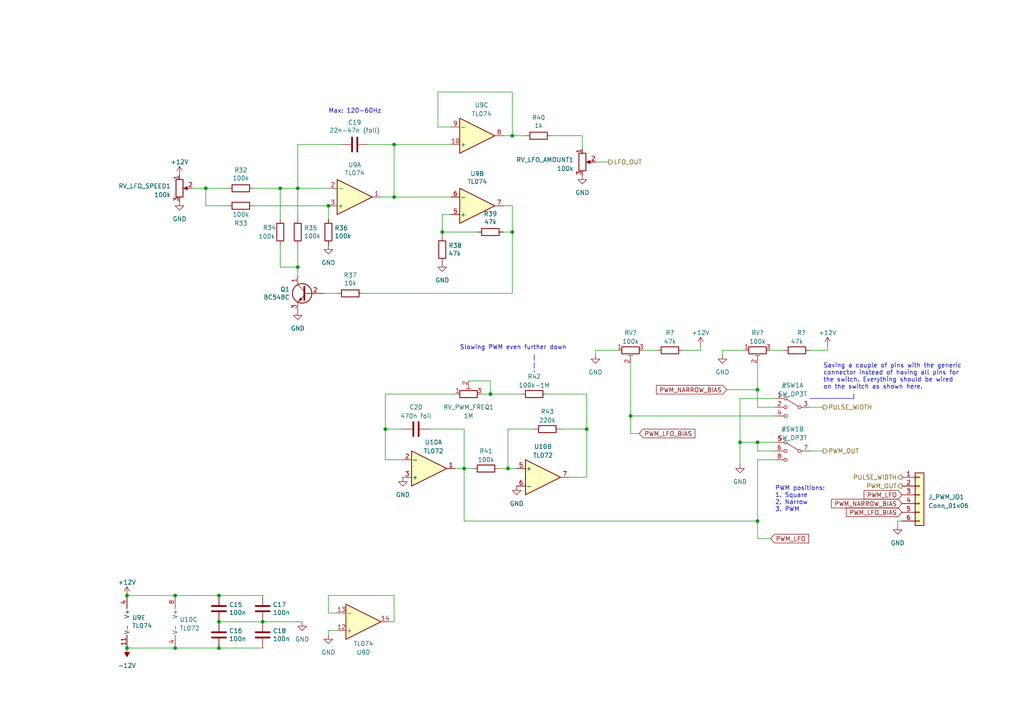
<source format=kicad_sch>
(kicad_sch (version 20230121) (generator eeschema)
  (paper "A4")
  (lib_symbols
    (symbol "+12V_1" (power) (pin_names (offset 0))
      (property "Value" "+12V_1" (at 0 3.556 0))
      (symbol "+12V_1_0_1"
        (polyline (pts (xy -0.762 1.27) (xy 0 2.54)))
        (polyline (pts (xy 0 0) (xy 0 2.54)))
        (polyline (pts (xy 0 2.54) (xy 0.762 1.27)))
      )
      (symbol "+12V_1_1_1"
        (pin power_in line (at 0 0 90) (length 0) hide (name "+12V") (number "1"))
      )
    )
    (symbol "+12V_2" (power) (pin_names (offset 0))
      (property "Value" "+12V_2" (at 0 3.556 0))
      (symbol "+12V_2_0_1"
        (polyline (pts (xy -0.762 1.27) (xy 0 2.54)))
        (polyline (pts (xy 0 0) (xy 0 2.54)))
        (polyline (pts (xy 0 2.54) (xy 0.762 1.27)))
      )
      (symbol "+12V_2_1_1"
        (pin power_in line (at 0 0 90) (length 0) hide (name "+12V") (number "1"))
      )
    )
    (symbol "+12V_3" (power) (pin_names (offset 0))
      (property "Value" "+12V_3" (at 0 3.556 0))
      (symbol "+12V_3_0_1"
        (polyline (pts (xy -0.762 1.27) (xy 0 2.54)))
        (polyline (pts (xy 0 0) (xy 0 2.54)))
        (polyline (pts (xy 0 2.54) (xy 0.762 1.27)))
      )
      (symbol "+12V_3_1_1"
        (pin power_in line (at 0 0 90) (length 0) hide (name "+12V") (number "1"))
      )
    )
    (symbol "Amplifier_Operational:TL072" (pin_names (offset 0.127))
      (property "Reference" "U" (at 0 5.08 0))
      (property "Value" "TL072" (at 0 -5.08 0))
      (symbol "TL072_1_1"
        (polyline (pts (xy -5.08 5.08) (xy 5.08 0) (xy -5.08 -5.08) (xy -5.08 5.08)) (stroke (width 0.254)) (fill (type background)))
        (pin output line (at 7.62 0 180) (length 2.54) (name "~") (number "1"))
        (pin input line (at -7.62 -2.54 0) (length 2.54) (name "-") (number "2"))
        (pin input line (at -7.62 2.54 0) (length 2.54) (name "+") (number "3"))
      )
      (symbol "TL072_2_1"
        (polyline (pts (xy -5.08 5.08) (xy 5.08 0) (xy -5.08 -5.08) (xy -5.08 5.08)) (stroke (width 0.254)) (fill (type background)))
        (pin input line (at -7.62 2.54 0) (length 2.54) (name "+") (number "5"))
        (pin input line (at -7.62 -2.54 0) (length 2.54) (name "-") (number "6"))
        (pin output line (at 7.62 0 180) (length 2.54) (name "~") (number "7"))
      )
      (symbol "TL072_3_1"
        (pin power_in line (at -2.54 -7.62 90) (length 3.81) (name "V-") (number "4"))
        (pin power_in line (at -2.54 7.62 270) (length 3.81) (name "V+") (number "8"))
      )
    )
    (symbol "Amplifier_Operational:TL074" (pin_names (offset 0.127))
      (property "Reference" "U" (at 0 5.08 0))
      (property "Value" "TL074" (at 0 -5.08 0))
      (symbol "TL074_1_1"
        (polyline (pts (xy -5.08 5.08) (xy 5.08 0) (xy -5.08 -5.08) (xy -5.08 5.08)) (stroke (width 0.254)) (fill (type background)))
        (pin output line (at 7.62 0 180) (length 2.54) (name "~") (number "1"))
        (pin input line (at -7.62 -2.54 0) (length 2.54) (name "-") (number "2"))
        (pin input line (at -7.62 2.54 0) (length 2.54) (name "+") (number "3"))
      )
      (symbol "TL074_2_1"
        (polyline (pts (xy -5.08 5.08) (xy 5.08 0) (xy -5.08 -5.08) (xy -5.08 5.08)) (stroke (width 0.254)) (fill (type background)))
        (pin input line (at -7.62 2.54 0) (length 2.54) (name "+") (number "5"))
        (pin input line (at -7.62 -2.54 0) (length 2.54) (name "-") (number "6"))
        (pin output line (at 7.62 0 180) (length 2.54) (name "~") (number "7"))
      )
      (symbol "TL074_3_1"
        (polyline (pts (xy -5.08 5.08) (xy 5.08 0) (xy -5.08 -5.08) (xy -5.08 5.08)) (stroke (width 0.254)) (fill (type background)))
        (pin input line (at -7.62 2.54 0) (length 2.54) (name "+") (number "10"))
        (pin output line (at 7.62 0 180) (length 2.54) (name "~") (number "8"))
        (pin input line (at -7.62 -2.54 0) (length 2.54) (name "-") (number "9"))
      )
      (symbol "TL074_4_1"
        (polyline (pts (xy -5.08 5.08) (xy 5.08 0) (xy -5.08 -5.08) (xy -5.08 5.08)) (stroke (width 0.254)) (fill (type background)))
        (pin input line (at -7.62 2.54 0) (length 2.54) (name "+") (number "12"))
        (pin input line (at -7.62 -2.54 0) (length 2.54) (name "-") (number "13"))
        (pin output line (at 7.62 0 180) (length 2.54) (name "~") (number "14"))
      )
      (symbol "TL074_5_1"
        (pin power_in line (at -2.54 -7.62 90) (length 3.81) (name "V-") (number "11"))
        (pin power_in line (at -2.54 7.62 270) (length 3.81) (name "V+") (number "4"))
      )
    )
    (symbol "Connector_Generic:Conn_01x06" (pin_names (offset 1.016) hide)
      (property "Reference" "J" (at 0 7.62 0))
      (property "Value" "Conn_01x06" (at 0 -10.16 0))
      (symbol "Conn_01x06_1_1"
        (rectangle (start -1.27 -7.493) (end 0 -7.747) (stroke (width 0.1524)))
        (rectangle (start -1.27 -4.953) (end 0 -5.207) (stroke (width 0.1524)))
        (rectangle (start -1.27 -2.413) (end 0 -2.667) (stroke (width 0.1524)))
        (rectangle (start -1.27 0.127) (end 0 -0.127) (stroke (width 0.1524)))
        (rectangle (start -1.27 2.667) (end 0 2.413) (stroke (width 0.1524)))
        (rectangle (start -1.27 5.207) (end 0 4.953) (stroke (width 0.1524)))
        (rectangle (start -1.27 6.35) (end 1.27 -8.89) (stroke (width 0.254)) (fill (type background)))
        (pin passive line (at -5.08 5.08 0) (length 3.81) (name "Pin_1") (number "1"))
        (pin passive line (at -5.08 2.54 0) (length 3.81) (name "Pin_2") (number "2"))
        (pin passive line (at -5.08 0 0) (length 3.81) (name "Pin_3") (number "3"))
        (pin passive line (at -5.08 -2.54 0) (length 3.81) (name "Pin_4") (number "4"))
        (pin passive line (at -5.08 -5.08 0) (length 3.81) (name "Pin_5") (number "5"))
        (pin passive line (at -5.08 -7.62 0) (length 3.81) (name "Pin_6") (number "6"))
      )
    )
    (symbol "Device:C" (pin_numbers hide) (pin_names (offset 0.254))
      (property "Reference" "C" (at 0.635 2.54 0))
      (property "Value" "C" (at 0.635 -2.54 0))
      (symbol "C_0_1"
        (polyline (pts (xy -2.032 -0.762) (xy 2.032 -0.762)) (stroke (width 0.508)))
        (polyline (pts (xy -2.032 0.762) (xy 2.032 0.762)) (stroke (width 0.508)))
      )
      (symbol "C_1_1"
        (pin passive line (at 0 3.81 270) (length 2.794) (name "~") (number "1"))
        (pin passive line (at 0 -3.81 90) (length 2.794) (name "~") (number "2"))
      )
    )
    (symbol "Device:R" (pin_numbers hide) (pin_names (offset 0))
      (property "Reference" "R" (at 2.032 0 90))
      (property "Value" "R" (at 0 0 90))
      (symbol "R_0_1"
        (rectangle (start -1.016 -2.54) (end 1.016 2.54) (stroke (width 0.254)))
      )
      (symbol "R_1_1"
        (pin passive line (at 0 3.81 270) (length 1.27) (name "~") (number "1"))
        (pin passive line (at 0 -3.81 90) (length 1.27) (name "~") (number "2"))
      )
    )
    (symbol "Device:R_Potentiometer" (pin_names (offset 1.016) hide)
      (property "Reference" "RV" (at -4.445 0 90))
      (property "Value" "R_Potentiometer" (at -2.54 0 90))
      (symbol "R_Potentiometer_0_1"
        (polyline (pts (xy 2.54 0) (xy 1.524 0)))
        (polyline (pts (xy 1.143 0) (xy 2.286 0.508) (xy 2.286 -0.508) (xy 1.143 0)) (fill (type outline)))
        (rectangle (start 1.016 2.54) (end -1.016 -2.54) (stroke (width 0.254)))
      )
      (symbol "R_Potentiometer_1_1"
        (pin passive line (at 0 3.81 270) (length 1.27) (name "1") (number "1"))
        (pin passive line (at 3.81 0 180) (length 1.27) (name "2") (number "2"))
        (pin passive line (at 0 -3.81 90) (length 1.27) (name "3") (number "3"))
      )
    )
    (symbol "Device:R_Potentiometer_Trim" (pin_names (offset 1.016) hide)
      (property "Reference" "RV" (at -4.445 0 90))
      (property "Value" "R_Potentiometer_Trim" (at -2.54 0 90))
      (symbol "R_Potentiometer_Trim_0_1"
        (polyline (pts (xy 1.524 0.762) (xy 1.524 -0.762)))
        (polyline (pts (xy 2.54 0) (xy 1.524 0)))
        (rectangle (start 1.016 2.54) (end -1.016 -2.54) (stroke (width 0.254)))
      )
      (symbol "R_Potentiometer_Trim_1_1"
        (pin passive line (at 0 3.81 270) (length 1.27) (name "1") (number "1"))
        (pin passive line (at 3.81 0 180) (length 1.27) (name "2") (number "2"))
        (pin passive line (at 0 -3.81 90) (length 1.27) (name "3") (number "3"))
      )
    )
    (symbol "GND_1" (power) (pin_names (offset 0))
      (property "Value" "GND_1" (at 0 -3.81 0))
      (symbol "GND_1_0_1"
        (polyline (pts (xy 0 0) (xy 0 -1.27) (xy 1.27 -1.27) (xy 0 -2.54) (xy -1.27 -1.27) (xy 0 -1.27)))
      )
      (symbol "GND_1_1_1"
        (pin power_in line (at 0 0 270) (length 0) hide (name "GND") (number "1"))
      )
    )
    (symbol "GND_10" (power) (pin_names (offset 0))
      (property "Value" "GND_10" (at 0 -3.81 0))
      (symbol "GND_10_0_1"
        (polyline (pts (xy 0 0) (xy 0 -1.27) (xy 1.27 -1.27) (xy 0 -2.54) (xy -1.27 -1.27) (xy 0 -1.27)))
      )
      (symbol "GND_10_1_1"
        (pin power_in line (at 0 0 270) (length 0) hide (name "GND") (number "1"))
      )
    )
    (symbol "GND_11" (power) (pin_names (offset 0))
      (property "Value" "GND_11" (at 0 -3.81 0))
      (symbol "GND_11_0_1"
        (polyline (pts (xy 0 0) (xy 0 -1.27) (xy 1.27 -1.27) (xy 0 -2.54) (xy -1.27 -1.27) (xy 0 -1.27)))
      )
      (symbol "GND_11_1_1"
        (pin power_in line (at 0 0 270) (length 0) hide (name "GND") (number "1"))
      )
    )
    (symbol "GND_2" (power) (pin_names (offset 0))
      (property "Value" "GND_2" (at 0 -3.81 0))
      (symbol "GND_2_0_1"
        (polyline (pts (xy 0 0) (xy 0 -1.27) (xy 1.27 -1.27) (xy 0 -2.54) (xy -1.27 -1.27) (xy 0 -1.27)))
      )
      (symbol "GND_2_1_1"
        (pin power_in line (at 0 0 270) (length 0) hide (name "GND") (number "1"))
      )
    )
    (symbol "GND_3" (power) (pin_names (offset 0))
      (property "Value" "GND_3" (at 0 -3.81 0))
      (symbol "GND_3_0_1"
        (polyline (pts (xy 0 0) (xy 0 -1.27) (xy 1.27 -1.27) (xy 0 -2.54) (xy -1.27 -1.27) (xy 0 -1.27)))
      )
      (symbol "GND_3_1_1"
        (pin power_in line (at 0 0 270) (length 0) hide (name "GND") (number "1"))
      )
    )
    (symbol "GND_4" (power) (pin_names (offset 0))
      (property "Value" "GND_4" (at 0 -3.81 0))
      (symbol "GND_4_0_1"
        (polyline (pts (xy 0 0) (xy 0 -1.27) (xy 1.27 -1.27) (xy 0 -2.54) (xy -1.27 -1.27) (xy 0 -1.27)))
      )
      (symbol "GND_4_1_1"
        (pin power_in line (at 0 0 270) (length 0) hide (name "GND") (number "1"))
      )
    )
    (symbol "GND_5" (power) (pin_names (offset 0))
      (property "Value" "GND_5" (at 0 -3.81 0))
      (symbol "GND_5_0_1"
        (polyline (pts (xy 0 0) (xy 0 -1.27) (xy 1.27 -1.27) (xy 0 -2.54) (xy -1.27 -1.27) (xy 0 -1.27)))
      )
      (symbol "GND_5_1_1"
        (pin power_in line (at 0 0 270) (length 0) hide (name "GND") (number "1"))
      )
    )
    (symbol "GND_6" (power) (pin_names (offset 0))
      (property "Value" "GND_6" (at 0 -3.81 0))
      (symbol "GND_6_0_1"
        (polyline (pts (xy 0 0) (xy 0 -1.27) (xy 1.27 -1.27) (xy 0 -2.54) (xy -1.27 -1.27) (xy 0 -1.27)))
      )
      (symbol "GND_6_1_1"
        (pin power_in line (at 0 0 270) (length 0) hide (name "GND") (number "1"))
      )
    )
    (symbol "GND_7" (power) (pin_names (offset 0))
      (property "Value" "GND_7" (at 0 -3.81 0))
      (symbol "GND_7_0_1"
        (polyline (pts (xy 0 0) (xy 0 -1.27) (xy 1.27 -1.27) (xy 0 -2.54) (xy -1.27 -1.27) (xy 0 -1.27)))
      )
      (symbol "GND_7_1_1"
        (pin power_in line (at 0 0 270) (length 0) hide (name "GND") (number "1"))
      )
    )
    (symbol "GND_8" (power) (pin_names (offset 0))
      (property "Value" "GND_8" (at 0 -3.81 0))
      (symbol "GND_8_0_1"
        (polyline (pts (xy 0 0) (xy 0 -1.27) (xy 1.27 -1.27) (xy 0 -2.54) (xy -1.27 -1.27) (xy 0 -1.27)))
      )
      (symbol "GND_8_1_1"
        (pin power_in line (at 0 0 270) (length 0) hide (name "GND") (number "1"))
      )
    )
    (symbol "GND_9" (power) (pin_names (offset 0))
      (property "Value" "GND_9" (at 0 -3.81 0))
      (symbol "GND_9_0_1"
        (polyline (pts (xy 0 0) (xy 0 -1.27) (xy 1.27 -1.27) (xy 0 -2.54) (xy -1.27 -1.27) (xy 0 -1.27)))
      )
      (symbol "GND_9_1_1"
        (pin power_in line (at 0 0 270) (length 0) hide (name "GND") (number "1"))
      )
    )
    (symbol "Switch:SW_DP3T" (pin_names (offset 0) hide)
      (property "Reference" "SW" (at 0 5.08 0))
      (property "Value" "SW_DP3T" (at 0 -5.08 0))
      (symbol "SW_DP3T_0_1"
        (circle (center -2.032 0) (radius 0.4572))
        (polyline (pts (xy -1.651 0.254) (xy 1.651 2.286)))
        (circle (center 2.032 -2.54) (radius 0.4572))
        (circle (center 2.032 0) (radius 0.4572))
        (circle (center 2.032 2.54) (radius 0.4572))
      )
      (symbol "SW_DP3T_1_1"
        (pin passive line (at 5.08 2.54 180) (length 2.54) (name "1") (number "1"))
        (pin passive line (at 5.08 0 180) (length 2.54) (name "2") (number "2"))
        (pin passive line (at -5.08 0 0) (length 2.54) (name "3") (number "3"))
        (pin passive line (at 5.08 -2.54 180) (length 2.54) (name "4") (number "4"))
      )
      (symbol "SW_DP3T_2_1"
        (pin passive line (at 5.08 2.54 180) (length 2.54) (name "5") (number "5"))
        (pin passive line (at 5.08 0 180) (length 2.54) (name "6") (number "6"))
        (pin passive line (at -5.08 0 0) (length 2.54) (name "7") (number "7"))
        (pin passive line (at 5.08 -2.54 180) (length 2.54) (name "8") (number "8"))
      )
    )
    (symbol "Transistor_BJT:BC548" (pin_names (offset 0) hide)
      (property "Reference" "Q" (at 5.08 1.905 0))
      (property "Value" "BC548" (at 5.08 0 0))
      (symbol "BC548_0_1"
        (polyline (pts (xy 0 0) (xy 0.635 0)))
        (polyline (pts (xy 0.635 0.635) (xy 2.54 2.54)))
        (polyline (pts (xy 0.635 -0.635) (xy 2.54 -2.54) (xy 2.54 -2.54)))
        (polyline (pts (xy 0.635 1.905) (xy 0.635 -1.905) (xy 0.635 -1.905)) (stroke (width 0.508)))
        (polyline (pts (xy 1.27 -1.778) (xy 1.778 -1.27) (xy 2.286 -2.286) (xy 1.27 -1.778) (xy 1.27 -1.778)) (fill (type outline)))
        (circle (center 1.27 0) (radius 2.8194) (stroke (width 0.254)))
      )
      (symbol "BC548_1_1"
        (pin passive line (at 2.54 5.08 270) (length 2.54) (name "C") (number "1"))
        (pin input line (at -5.08 0 0) (length 5.08) (name "B") (number "2"))
        (pin passive line (at 2.54 -5.08 90) (length 2.54) (name "E") (number "3"))
      )
    )
    (symbol "power:+12V" (power) (pin_names (offset 0))
      (property "Value" "+12V" (at 0 3.556 0))
      (symbol "+12V_0_1"
        (polyline (pts (xy -0.762 1.27) (xy 0 2.54)))
        (polyline (pts (xy 0 0) (xy 0 2.54)))
        (polyline (pts (xy 0 2.54) (xy 0.762 1.27)))
      )
      (symbol "+12V_1_1"
        (pin power_in line (at 0 0 90) (length 0) hide (name "+12V") (number "1"))
      )
    )
    (symbol "power:-12V" (power) (pin_names (offset 0))
      (property "Value" "-12V" (at 0 3.81 0))
      (symbol "-12V_0_0"
        (pin power_in line (at 0 0 90) (length 0) hide (name "-12V") (number "1"))
      )
      (symbol "-12V_0_1"
        (polyline (pts (xy 0 0) (xy 0 1.27) (xy 0.762 1.27) (xy 0 2.54) (xy -0.762 1.27) (xy 0 1.27)) (fill (type outline)))
      )
    )
    (symbol "power:GND" (power) (pin_names (offset 0))
      (property "Value" "GND" (at 0 -3.81 0))
      (symbol "GND_0_1"
        (polyline (pts (xy 0 0) (xy 0 -1.27) (xy 1.27 -1.27) (xy 0 -2.54) (xy -1.27 -1.27) (xy 0 -1.27)))
      )
      (symbol "GND_1_1"
        (pin power_in line (at 0 0 270) (length 0) hide (name "GND") (number "1"))
      )
    )
  )
  (junction (at 81.28 54.61))
  (junction (at 114.3 41.91))
  (junction (at 219.71 128.27))
  (junction (at 182.88 120.65))
  (junction (at 86.36 77.47))
  (junction (at 63.5 187.96))
  (junction (at 147.32 135.89))
  (junction (at 111.76 124.46))
  (junction (at 63.5 180.34))
  (junction (at 86.36 54.61))
  (junction (at 50.8 172.72))
  (junction (at 114.3 57.15))
  (junction (at 36.83 187.96))
  (junction (at 63.5 172.72))
  (junction (at 142.24 114.3))
  (junction (at 219.71 151.13))
  (junction (at 50.8 187.96))
  (junction (at 59.69 54.61))
  (junction (at 134.62 135.89))
  (junction (at 128.27 67.31))
  (junction (at 36.83 172.72))
  (junction (at 76.2 180.34))
  (junction (at 148.59 39.37))
  (junction (at 214.63 128.27))
  (junction (at 219.71 113.03))
  (junction (at 95.25 59.69))
  (junction (at 148.59 67.31))
  (junction (at 170.18 124.46))
  (wire (pts (xy 214.63 128.27) (xy 219.71 128.27)))
  (wire (pts (xy 66.04 59.69) (xy 59.69 59.69)))
  (wire (pts (xy 219.71 113.03) (xy 219.71 118.11)))
  (wire (pts (xy 158.75 114.3) (xy 170.18 114.3)))
  (wire (pts (xy 86.36 41.91) (xy 99.06 41.91)))
  (wire (pts (xy 134.62 124.46) (xy 134.62 135.89)))
  (wire (pts (xy 63.5 172.72) (xy 76.2 172.72)))
  (wire (pts (xy 63.5 187.96) (xy 76.2 187.96)))
  (wire (pts (xy 147.32 135.89) (xy 149.86 135.89)))
  (wire (pts (xy 162.56 124.46) (xy 170.18 124.46)))
  (wire (pts (xy 127 26.67) (xy 148.59 26.67)))
  (wire (pts (xy 185.42 125.73) (xy 182.88 125.73)))
  (wire (pts (xy 240.03 101.6) (xy 234.95 101.6)))
  (wire (pts (xy 81.28 77.47) (xy 86.36 77.47)))
  (wire (pts (xy 111.76 124.46) (xy 111.76 133.35)))
  (wire (pts (xy 95.25 59.69) (xy 95.25 63.5)))
  (wire (pts (xy 81.28 54.61) (xy 86.36 54.61)))
  (wire (pts (xy 114.3 41.91) (xy 114.3 57.15)))
  (wire (pts (xy 219.71 105.41) (xy 219.71 113.03)))
  (wire (pts (xy 59.69 54.61) (xy 66.04 54.61)))
  (wire (pts (xy 170.18 124.46) (xy 170.18 138.43)))
  (wire (pts (xy 186.69 101.6) (xy 190.5 101.6)))
  (wire (pts (xy 132.08 135.89) (xy 134.62 135.89)))
  (wire (pts (xy 146.05 59.69) (xy 148.59 59.69)))
  (wire (pts (xy 219.71 130.81) (xy 219.71 128.27)))
  (wire (pts (xy 152.4 39.37) (xy 148.59 39.37)))
  (wire (pts (xy 86.36 77.47) (xy 86.36 71.12)))
  (wire (pts (xy 127 36.83) (xy 127 26.67)))
  (wire (pts (xy 219.71 156.21) (xy 219.71 151.13)))
  (wire (pts (xy 203.2 101.6) (xy 198.12 101.6)))
  (wire (pts (xy 154.94 124.46) (xy 147.32 124.46)))
  (wire (pts (xy 210.82 113.03) (xy 219.71 113.03)))
  (wire (pts (xy 86.36 54.61) (xy 86.36 63.5)))
  (wire (pts (xy 138.43 67.31) (xy 128.27 67.31)))
  (wire (pts (xy 59.69 59.69) (xy 59.69 54.61)))
  (wire (pts (xy 95.25 177.8) (xy 95.25 172.72)))
  (wire (pts (xy 106.68 41.91) (xy 114.3 41.91)))
  (wire (pts (xy 114.3 41.91) (xy 130.81 41.91)))
  (wire (pts (xy 124.46 124.46) (xy 134.62 124.46)))
  (wire (pts (xy 214.63 134.62) (xy 214.63 128.27)))
  (wire (pts (xy 224.79 115.57) (xy 214.63 115.57)))
  (wire (pts (xy 95.25 184.15) (xy 95.25 182.88)))
  (wire (pts (xy 135.89 110.49) (xy 142.24 110.49)))
  (wire (pts (xy 142.24 114.3) (xy 151.13 114.3)))
  (wire (pts (xy 176.53 46.99) (xy 172.72 46.99)))
  (wire (pts (xy 97.79 177.8) (xy 95.25 177.8)))
  (wire (pts (xy 73.66 59.69) (xy 95.25 59.69)))
  (wire (pts (xy 139.7 114.3) (xy 142.24 114.3)))
  (wire (pts (xy 114.3 180.34) (xy 113.03 180.34)))
  (wire (pts (xy 114.3 172.72) (xy 114.3 180.34)))
  (wire (pts (xy 209.55 102.87) (xy 209.55 101.6)))
  (polyline (pts (xy 234.95 115.57) (xy 247.65 115.57)))
  (wire (pts (xy 146.05 67.31) (xy 148.59 67.31)))
  (wire (pts (xy 73.66 54.61) (xy 81.28 54.61)))
  (polyline (pts (xy 247.65 114.3) (xy 247.65 115.57)))
  (wire (pts (xy 114.3 57.15) (xy 130.81 57.15)))
  (wire (pts (xy 50.8 172.72) (xy 63.5 172.72)))
  (wire (pts (xy 128.27 67.31) (xy 128.27 68.58)))
  (wire (pts (xy 95.25 172.72) (xy 114.3 172.72)))
  (wire (pts (xy 81.28 71.12) (xy 81.28 77.47)))
  (wire (pts (xy 76.2 180.34) (xy 63.5 180.34)))
  (wire (pts (xy 214.63 115.57) (xy 214.63 128.27)))
  (wire (pts (xy 36.83 172.72) (xy 50.8 172.72)))
  (wire (pts (xy 148.59 39.37) (xy 146.05 39.37)))
  (wire (pts (xy 260.35 151.13) (xy 261.62 151.13)))
  (wire (pts (xy 86.36 80.01) (xy 86.36 77.47)))
  (wire (pts (xy 86.36 41.91) (xy 86.36 54.61)))
  (wire (pts (xy 219.71 133.35) (xy 224.79 133.35)))
  (wire (pts (xy 223.52 156.21) (xy 219.71 156.21)))
  (wire (pts (xy 55.88 54.61) (xy 59.69 54.61)))
  (wire (pts (xy 182.88 120.65) (xy 224.79 120.65)))
  (wire (pts (xy 234.95 130.81) (xy 238.76 130.81)))
  (wire (pts (xy 219.71 151.13) (xy 219.71 133.35)))
  (wire (pts (xy 148.59 26.67) (xy 148.59 39.37)))
  (wire (pts (xy 86.36 54.61) (xy 95.25 54.61)))
  (wire (pts (xy 36.83 187.96) (xy 50.8 187.96)))
  (wire (pts (xy 147.32 124.46) (xy 147.32 135.89)))
  (wire (pts (xy 168.91 39.37) (xy 168.91 43.18)))
  (wire (pts (xy 81.28 63.5) (xy 81.28 54.61)))
  (wire (pts (xy 130.81 62.23) (xy 128.27 62.23)))
  (polyline (pts (xy 154.94 102.87) (xy 154.94 107.95)) (stroke (width 0) (type dash)))
  (wire (pts (xy 219.71 128.27) (xy 224.79 128.27)))
  (wire (pts (xy 128.27 62.23) (xy 128.27 67.31)))
  (wire (pts (xy 223.52 101.6) (xy 227.33 101.6)))
  (wire (pts (xy 132.08 114.3) (xy 111.76 114.3)))
  (wire (pts (xy 234.95 118.11) (xy 238.76 118.11)))
  (wire (pts (xy 148.59 59.69) (xy 148.59 67.31)))
  (wire (pts (xy 148.59 85.09) (xy 105.41 85.09)))
  (wire (pts (xy 130.81 36.83) (xy 127 36.83)))
  (wire (pts (xy 240.03 100.33) (xy 240.03 101.6)))
  (wire (pts (xy 219.71 118.11) (xy 224.79 118.11)))
  (wire (pts (xy 87.63 180.34) (xy 76.2 180.34)))
  (wire (pts (xy 182.88 125.73) (xy 182.88 120.65)))
  (wire (pts (xy 111.76 133.35) (xy 116.84 133.35)))
  (wire (pts (xy 260.35 152.4) (xy 260.35 151.13)))
  (wire (pts (xy 172.72 101.6) (xy 179.07 101.6)))
  (wire (pts (xy 114.3 57.15) (xy 110.49 57.15)))
  (wire (pts (xy 97.79 85.09) (xy 93.98 85.09)))
  (wire (pts (xy 170.18 138.43) (xy 165.1 138.43)))
  (wire (pts (xy 160.02 39.37) (xy 168.91 39.37)))
  (wire (pts (xy 142.24 110.49) (xy 142.24 114.3)))
  (wire (pts (xy 116.84 124.46) (xy 111.76 124.46)))
  (wire (pts (xy 134.62 135.89) (xy 137.16 135.89)))
  (wire (pts (xy 224.79 130.81) (xy 219.71 130.81)))
  (wire (pts (xy 148.59 67.31) (xy 148.59 85.09)))
  (wire (pts (xy 182.88 105.41) (xy 182.88 120.65)))
  (wire (pts (xy 209.55 101.6) (xy 215.9 101.6)))
  (wire (pts (xy 95.25 182.88) (xy 97.79 182.88)))
  (wire (pts (xy 144.78 135.89) (xy 147.32 135.89)))
  (wire (pts (xy 134.62 151.13) (xy 219.71 151.13)))
  (wire (pts (xy 111.76 114.3) (xy 111.76 124.46)))
  (wire (pts (xy 170.18 114.3) (xy 170.18 124.46)))
  (wire (pts (xy 203.2 100.33) (xy 203.2 101.6)))
  (wire (pts (xy 172.72 102.87) (xy 172.72 101.6)))
  (wire (pts (xy 134.62 151.13) (xy 134.62 135.89)))
  (wire (pts (xy 50.8 187.96) (xy 63.5 187.96)))
  (text "Saving a couple of pins with the generic\nconnector instead of having all pins for \nthe switch. Everything should be wired \non the switch as shown here." (at 238.76 113.03 0) (effects (font (size 1.27 1.27)) (justify left bottom)))
  (text "Max: 120-60Hz" (at 95.25 33.02 0) (effects (font (size 1.27 1.27)) (justify left bottom)))
  (text "PWM positions:\n1. Square\n2. Narrow\n3. PWM" (at 224.79 148.59 0) (effects (font (size 1.27 1.27)) (justify left bottom)))
  (text "Slowing PWM even further down" (at 133.35 101.6 0) (effects (font (size 1.27 1.27)) (justify left bottom)))
  (global_label "PWM_LFO" (shape input) (at 261.62 143.51 180) (property "Intersheetrefs" "${INTERSHEET_REFS}" (effects hide)))
  (global_label "PWM_LFO_BIAS" (shape input) (at 185.42 125.73 0) (property "Intersheetrefs" "${INTERSHEET_REFS}" (effects hide)))
  (global_label "PWM_NARROW_BIAS" (shape input) (at 210.82 113.03 180) (property "Intersheetrefs" "${INTERSHEET_REFS}" (effects hide)))
  (global_label "PWM_LFO_BIAS" (shape input) (at 261.62 148.59 180) (property "Intersheetrefs" "${INTERSHEET_REFS}" (effects hide)))
  (global_label "PWM_LFO" (shape input) (at 223.52 156.21 0) (property "Intersheetrefs" "${INTERSHEET_REFS}" (effects hide)))
  (global_label "PWM_NARROW_BIAS" (shape input) (at 261.62 146.05 180) (property "Intersheetrefs" "${INTERSHEET_REFS}" (effects hide)))
  (hierarchical_label "PULSE_WIDTH" (shape output) (at 261.62 138.43 180))
  (hierarchical_label "LFO_OUT" (shape output) (at 176.53 46.99 0))
  (hierarchical_label "PWM_OUT" (shape output) (at 238.76 130.81 0))
  (hierarchical_label "PWM_OUT" (shape output) (at 261.62 140.97 180))
  (hierarchical_label "PULSE_WIDTH" (shape output) (at 238.76 118.11 0))
  (symbol (lib_id "Device:R") (at 194.31 101.6 90) (unit 1)
    (property "Reference" "R?" (at 194.31 96.52 90))
    (property "Value" "47k" (at 194.31 99.06 90))
    (property "Footprint" "Shmoergh_Custom_Footprints:R_Axial_DIN0207_L6.3mm_D2.5mm_P7.62mm_Horizontal" (effects hide))
    (instances (project "shmoergh-funk-live-control" (path "" (reference "R?") (unit 1)) (path "" (reference "R44") (unit 1))))
  )
  (symbol (lib_id "Device:R") (at 128.27 72.39 0) (unit 1)
    (property "Reference" "R38" (at 130.048 71.2216 0) (effects (justify left)))
    (property "Value" "47k" (at 130.048 73.533 0) (effects (justify left)))
    (property "Footprint" "Shmoergh_Custom_Footprints:R_Axial_DIN0207_L6.3mm_D2.5mm_P7.62mm_Horizontal" (effects hide))
    (instances (project "shmoergh-funk-live-control" (path "" (reference "R38") (unit 1))) (project "hog-f1-control" (path "" (reference "R?") (unit 1))))
  )
  (symbol (lib_id "Amplifier_Operational:TL074") (at 102.87 57.15 0) (mirror x) (unit 1)
    (property "Reference" "U9" (at 102.87 47.8282 0))
    (property "Value" "TL074" (at 102.87 50.1396 0))
    (property "Footprint" "PCM_Package_DIP_AKL:DIP-14_W7.62mm_LongPads" (effects hide))
    (property "Datasheet" "http://www.ti.com/lit/ds/symlink/tl071.pdf" (effects hide))
    (instances (project "shmoergh-funk-live-control" (path "" (reference "U9") (unit 1))) (project "hog-f1-control" (path "" (reference "U?") (unit 1))))
  )
  (symbol (lib_name "GND_11") (lib_id "power:GND") (at 209.55 102.87 0) (unit 1)
    (property "Reference" "#PWR056" (effects hide))
    (property "Value" "GND" (at 209.55 107.95 0))
  )
  (symbol (lib_id "Device:R_Potentiometer_Trim") (at 182.88 101.6 90) (mirror x) (unit 1)
    (property "Reference" "RV?" (at 182.88 96.52 90))
    (property "Value" "100k" (at 182.88 99.06 90))
    (property "Footprint" "Potentiometer_THT:Potentiometer_Runtron_RM-065_Vertical" (effects hide))
    (instances (project "shmoergh-funk-live-control" (path "" (reference "RV?") (unit 1)) (path "" (reference "RV_PWM_BIAS1") (unit 1))))
  )
  (symbol (lib_id "Device:R_Potentiometer") (at 52.07 54.61 0) (unit 1)
    (property "Reference" "RV_LFO_SPEED1" (at 49.53 53.975 0) (effects (justify right)))
    (property "Value" "100k" (at 49.53 56.515 0) (effects (justify right)))
    (property "Footprint" "Shmoergh_Custom_Footprints:NSL25_01x03_Vertical" (effects hide))
  )
  (symbol (lib_id "Device:R_Potentiometer") (at 168.91 46.99 0) (unit 1)
    (property "Reference" "RV_LFO_AMOUNT1" (at 166.37 46.355 0) (effects (justify right)))
    (property "Value" "100k" (at 166.37 48.895 0) (effects (justify right)))
    (property "Footprint" "Shmoergh_Custom_Footprints:NSL25_01x03_Vertical" (effects hide))
  )
  (symbol (lib_id "Device:C") (at 76.2 176.53 0) (unit 1)
    (property "Reference" "C17" (at 79.121 175.3616 0) (effects (justify left)))
    (property "Value" "100n" (at 79.121 177.673 0) (effects (justify left)))
    (property "Footprint" "Capacitor_THT:C_Disc_D3.0mm_W2.0mm_P2.50mm" (effects hide))
    (instances (project "shmoergh-funk-live-control" (path "" (reference "C17") (unit 1))) (project "hog-f1-control" (path "" (reference "C?") (unit 1))))
  )
  (symbol (lib_name "GND_2") (lib_id "power:GND") (at 168.91 50.8 0) (unit 1)
    (property "Reference" "#PWR053" (effects hide))
    (property "Value" "GND" (at 168.91 55.88 0))
  )
  (symbol (lib_name "GND_5") (lib_id "power:GND") (at 149.86 140.97 0) (unit 1)
    (property "Reference" "#PWR052" (effects hide))
    (property "Value" "GND" (at 149.86 146.05 0))
  )
  (symbol (lib_name "GND_4") (lib_id "power:GND") (at 116.84 138.43 0) (unit 1)
    (property "Reference" "#PWR051" (effects hide))
    (property "Value" "GND" (at 116.84 143.51 0))
  )
  (symbol (lib_id "Device:R") (at 158.75 124.46 90) (unit 1)
    (property "Reference" "R43" (at 158.75 119.38 90))
    (property "Value" "220k" (at 158.75 121.92 90))
    (property "Footprint" "Shmoergh_Custom_Footprints:R_Axial_DIN0207_L6.3mm_D2.5mm_P7.62mm_Horizontal" (effects hide))
  )
  (symbol (lib_name "GND_1") (lib_id "power:GND") (at 52.07 58.42 0) (unit 1)
    (property "Reference" "#PWR045" (effects hide))
    (property "Value" "GND" (at 52.07 63.5 0))
  )
  (symbol (lib_id "Transistor_BJT:BC548") (at 88.9 85.09 0) (mirror y) (unit 1)
    (property "Reference" "Q1" (at 84.0486 83.9216 0) (effects (justify left)))
    (property "Value" "BC548C" (at 84.0486 86.233 0) (effects (justify left)))
    (property "Footprint" "PCM_Package_TO_SOT_THT_AKL:TO-92_Inline_Wide" (effects hide))
    (property "Datasheet" "https://www.onsemi.com/pub/Collateral/BC550-D.pdf" (effects hide))
    (instances (project "shmoergh-funk-live-control" (path "" (reference "Q1") (unit 1))) (project "hog-f1-control" (path "" (reference "Q?") (unit 1))))
  )
  (symbol (lib_id "Amplifier_Operational:TL074") (at 39.37 180.34 0) (unit 5)
    (property "Reference" "U9" (at 38.3032 179.1716 0) (effects (justify left)))
    (property "Value" "TL074" (at 38.3032 181.483 0) (effects (justify left)))
    (property "Footprint" "PCM_Package_DIP_AKL:DIP-14_W7.62mm_LongPads" (effects hide))
    (property "Datasheet" "http://www.ti.com/lit/ds/symlink/tl071.pdf" (effects hide))
    (instances (project "shmoergh-funk-live-control" (path "" (reference "U9") (unit 5))) (project "hog-f1-control" (path "" (reference "U?") (unit 5))))
  )
  (symbol (lib_name "GND_6") (lib_id "power:GND") (at 214.63 134.62 0) (unit 1)
    (property "Reference" "#PWR057" (effects hide))
    (property "Value" "GND" (at 214.63 139.7 0))
  )
  (symbol (lib_name "GND_3") (lib_id "power:GND") (at 95.25 184.15 0) (unit 1)
    (property "Reference" "#PWR049" (effects hide))
    (property "Value" "GND" (at 95.25 189.23 0))
  )
  (symbol (lib_id "power:GND") (at 87.63 180.34 0) (unit 1)
    (property "Reference" "#PWR047" (effects hide))
    (property "Value" "GND" (at 87.63 185.42 0))
  )
  (symbol (lib_id "Device:R") (at 95.25 67.31 0) (unit 1)
    (property "Reference" "R36" (at 97.028 66.1416 0) (effects (justify left)))
    (property "Value" "100k" (at 97.028 68.453 0) (effects (justify left)))
    (property "Footprint" "Shmoergh_Custom_Footprints:R_Axial_DIN0207_L6.3mm_D2.5mm_P7.62mm_Horizontal" (effects hide))
    (instances (project "shmoergh-funk-live-control" (path "" (reference "R36") (unit 1))) (project "hog-f1-control" (path "" (reference "R?") (unit 1))))
  )
  (symbol (lib_name "GND_8") (lib_id "power:GND") (at 128.27 76.2 0) (unit 1)
    (property "Reference" "#PWR050" (effects hide))
    (property "Value" "GND" (at 128.27 81.28 0))
  )
  (symbol (lib_id "Device:R") (at 142.24 67.31 270) (unit 1)
    (property "Reference" "R39" (at 142.24 62.0522 90))
    (property "Value" "47k" (at 142.24 64.3636 90))
    (property "Footprint" "Shmoergh_Custom_Footprints:R_Axial_DIN0207_L6.3mm_D2.5mm_P7.62mm_Horizontal" (effects hide))
    (instances (project "shmoergh-funk-live-control" (path "" (reference "R39") (unit 1))) (project "hog-f1-control" (path "" (reference "R?") (unit 1))))
  )
  (symbol (lib_id "Device:R_Potentiometer_Trim") (at 135.89 114.3 90) (unit 1)
    (property "Reference" "RV_PWM_FREQ1" (at 135.89 118.11 90))
    (property "Value" "1M" (at 135.89 120.65 90))
    (property "Footprint" "Potentiometer_THT:Potentiometer_Runtron_RM-065_Vertical" (effects hide))
  )
  (symbol (lib_id "Amplifier_Operational:TL074") (at 138.43 59.69 0) (mirror x) (unit 2)
    (property "Reference" "U9" (at 138.43 50.3682 0))
    (property "Value" "TL074" (at 138.43 52.6796 0))
    (property "Footprint" "PCM_Package_DIP_AKL:DIP-14_W7.62mm_LongPads" (effects hide))
    (property "Datasheet" "http://www.ti.com/lit/ds/symlink/tl071.pdf" (effects hide))
    (instances (project "shmoergh-funk-live-control" (path "" (reference "U9") (unit 2))) (project "hog-f1-control" (path "" (reference "U?") (unit 2))))
  )
  (symbol (lib_id "Amplifier_Operational:TL074") (at 105.41 180.34 0) (mirror x) (unit 4)
    (property "Reference" "U9" (at 105.41 189.23 0))
    (property "Value" "TL074" (at 105.41 186.69 0))
    (property "Footprint" "PCM_Package_DIP_AKL:DIP-14_W7.62mm_LongPads" (effects hide))
    (property "Datasheet" "http://www.ti.com/lit/ds/symlink/tl071.pdf" (effects hide))
  )
  (symbol (lib_id "Amplifier_Operational:TL072") (at 157.48 138.43 0) (unit 2)
    (property "Reference" "U10" (at 157.48 129.54 0))
    (property "Value" "TL072" (at 157.48 132.08 0))
    (property "Footprint" "PCM_Package_DIP_AKL:DIP-8_W7.62mm_LongPads" (effects hide))
    (property "Datasheet" "http://www.ti.com/lit/ds/symlink/tl071.pdf" (effects hide))
  )
  (symbol (lib_name "GND_7") (lib_id "power:GND") (at 95.25 71.12 0) (unit 1)
    (property "Reference" "#PWR048" (effects hide))
    (property "Value" "GND" (at 95.25 76.2 0))
  )
  (symbol (lib_id "Device:R") (at 81.28 67.31 0) (unit 1)
    (property "Reference" "R34" (at 76.2 66.04 0) (effects (justify left)))
    (property "Value" "100k" (at 74.93 68.58 0) (effects (justify left)))
    (property "Footprint" "Shmoergh_Custom_Footprints:R_Axial_DIN0207_L6.3mm_D2.5mm_P7.62mm_Horizontal" (effects hide))
    (instances (project "shmoergh-funk-live-control" (path "" (reference "R34") (unit 1))) (project "hog-f1-control" (path "" (reference "R?") (unit 1))))
  )
  (symbol (lib_id "Device:R") (at 231.14 101.6 90) (unit 1)
    (property "Reference" "R?" (at 232.41 96.52 90))
    (property "Value" "47k" (at 231.14 99.06 90))
    (property "Footprint" "Shmoergh_Custom_Footprints:R_Axial_DIN0207_L6.3mm_D2.5mm_P7.62mm_Horizontal" (effects hide))
    (instances (project "shmoergh-funk-live-control" (path "" (reference "R?") (unit 1)) (path "" (reference "R45") (unit 1))))
  )
  (symbol (lib_id "Amplifier_Operational:TL074") (at 138.43 39.37 0) (mirror x) (unit 3)
    (property "Reference" "U9" (at 139.7 30.48 0))
    (property "Value" "TL074" (at 139.7 33.02 0))
    (property "Footprint" "PCM_Package_DIP_AKL:DIP-14_W7.62mm_LongPads" (effects hide))
    (property "Datasheet" "http://www.ti.com/lit/ds/symlink/tl071.pdf" (effects hide))
  )
  (symbol (lib_id "Amplifier_Operational:TL072") (at 53.34 180.34 0) (unit 3)
    (property "Reference" "U10" (at 52.07 179.705 0) (effects (justify left)))
    (property "Value" "TL072" (at 52.07 182.245 0) (effects (justify left)))
    (property "Footprint" "PCM_Package_DIP_AKL:DIP-8_W7.62mm_LongPads" (effects hide))
    (property "Datasheet" "http://www.ti.com/lit/ds/symlink/tl071.pdf" (effects hide))
  )
  (symbol (lib_id "power:-12V") (at 36.83 187.96 180) (unit 1)
    (property "Reference" "#PWR043" (effects hide))
    (property "Value" "-12V" (at 36.83 193.04 0))
  )
  (symbol (lib_id "Device:C") (at 102.87 41.91 270) (unit 1)
    (property "Reference" "C19" (at 102.87 35.5092 90))
    (property "Value" "22n-47n (foil)" (at 102.87 37.8206 90))
    (property "Footprint" "Capacitor_THT:C_Rect_L7.0mm_W3.5mm_P5.00mm" (effects hide))
    (instances (project "shmoergh-funk-live-control" (path "" (reference "C19") (unit 1))) (project "hog-f1-control" (path "" (reference "C?") (unit 1))))
  )
  (symbol (lib_id "Device:R") (at 156.21 39.37 270) (unit 1)
    (property "Reference" "R40" (at 156.21 34.1122 90))
    (property "Value" "1k" (at 156.21 36.4236 90))
    (property "Footprint" "Shmoergh_Custom_Footprints:R_Axial_DIN0207_L6.3mm_D2.5mm_P7.62mm_Horizontal" (effects hide))
    (instances (project "shmoergh-funk-live-control" (path "" (reference "R40") (unit 1))) (project "hog-f1-control" (path "" (reference "R?") (unit 1))))
  )
  (symbol (lib_id "Device:C") (at 63.5 184.15 0) (unit 1)
    (property "Reference" "C16" (at 66.421 182.9816 0) (effects (justify left)))
    (property "Value" "100n" (at 66.421 185.293 0) (effects (justify left)))
    (property "Footprint" "Capacitor_THT:C_Disc_D3.0mm_W2.0mm_P2.50mm" (effects hide))
    (instances (project "shmoergh-funk-live-control" (path "" (reference "C16") (unit 1))) (project "hog-f1-control" (path "" (reference "C?") (unit 1))))
  )
  (symbol (lib_id "Device:R") (at 140.97 135.89 90) (unit 1)
    (property "Reference" "R41" (at 140.97 130.81 90))
    (property "Value" "100k" (at 140.97 133.35 90))
    (property "Footprint" "Shmoergh_Custom_Footprints:R_Axial_DIN0207_L6.3mm_D2.5mm_P7.62mm_Horizontal" (effects hide))
  )
  (symbol (lib_id "Device:R") (at 86.36 67.31 0) (unit 1)
    (property "Reference" "R35" (at 88.138 66.1416 0) (effects (justify left)))
    (property "Value" "100k" (at 88.138 68.453 0) (effects (justify left)))
    (property "Footprint" "Shmoergh_Custom_Footprints:R_Axial_DIN0207_L6.3mm_D2.5mm_P7.62mm_Horizontal" (effects hide))
    (instances (project "shmoergh-funk-live-control" (path "" (reference "R35") (unit 1))) (project "hog-f1-control" (path "" (reference "R?") (unit 1))))
  )
  (symbol (lib_id "Device:R_Potentiometer_Trim") (at 219.71 101.6 90) (mirror x) (unit 1)
    (property "Reference" "RV?" (at 219.71 96.52 90))
    (property "Value" "100k" (at 219.71 99.06 90))
    (property "Footprint" "Potentiometer_THT:Potentiometer_Runtron_RM-065_Vertical" (effects hide))
    (instances (project "shmoergh-funk-live-control" (path "" (reference "RV?") (unit 1)) (path "" (reference "RV_NARROW_BIAS1") (unit 1))))
  )
  (symbol (lib_id "power:+12V") (at 36.83 172.72 0) (unit 1)
    (property "Reference" "#PWR042" (effects hide))
    (property "Value" "+12V" (at 36.83 168.91 0))
  )
  (symbol (lib_id "Device:C") (at 63.5 176.53 0) (unit 1)
    (property "Reference" "C15" (at 66.421 175.3616 0) (effects (justify left)))
    (property "Value" "100n" (at 66.421 177.673 0) (effects (justify left)))
    (property "Footprint" "Capacitor_THT:C_Disc_D3.0mm_W2.0mm_P2.50mm" (effects hide))
    (instances (project "shmoergh-funk-live-control" (path "" (reference "C15") (unit 1))) (project "hog-f1-control" (path "" (reference "C?") (unit 1))))
  )
  (symbol (lib_name "GND_6") (lib_id "power:GND") (at 260.35 152.4 0) (unit 1)
    (property "Reference" "#PWR0138" (effects hide))
    (property "Value" "GND" (at 260.35 157.48 0))
  )
  (symbol (lib_id "Device:R") (at 101.6 85.09 270) (unit 1)
    (property "Reference" "R37" (at 101.6 79.8322 90))
    (property "Value" "10k" (at 101.6 82.1436 90))
    (property "Footprint" "Shmoergh_Custom_Footprints:R_Axial_DIN0207_L6.3mm_D2.5mm_P7.62mm_Horizontal" (effects hide))
    (instances (project "shmoergh-funk-live-control" (path "" (reference "R37") (unit 1))) (project "hog-f1-control" (path "" (reference "R?") (unit 1))))
  )
  (symbol (lib_id "Connector_Generic:Conn_01x06") (at 266.7 143.51 0) (unit 1)
    (property "Reference" "J_PWM_IO1" (at 269.24 144.145 0) (effects (justify left)))
    (property "Value" "Conn_01x06" (at 269.24 146.685 0) (effects (justify left)))
    (property "Footprint" "Shmoergh_Custom_Footprints:NSL25_01x06_Vertical" (effects hide))
  )
  (symbol (lib_id "Device:C") (at 76.2 184.15 0) (unit 1)
    (property "Reference" "C18" (at 79.121 182.9816 0) (effects (justify left)))
    (property "Value" "100n" (at 79.121 185.293 0) (effects (justify left)))
    (property "Footprint" "Capacitor_THT:C_Disc_D3.0mm_W2.0mm_P2.50mm" (effects hide))
    (instances (project "shmoergh-funk-live-control" (path "" (reference "C18") (unit 1))) (project "hog-f1-control" (path "" (reference "C?") (unit 1))))
  )
  (symbol (lib_id "Device:C") (at 120.65 124.46 90) (unit 1)
    (property "Reference" "C20" (at 120.65 118.11 90))
    (property "Value" "470n foil" (at 120.65 120.65 90))
    (property "Footprint" "Capacitor_THT:C_Rect_L7.0mm_W3.5mm_P5.00mm" (effects hide))
  )
  (symbol (lib_id "Device:R") (at 69.85 59.69 270) (unit 1)
    (property "Reference" "R33" (at 69.85 64.77 90))
    (property "Value" "100k" (at 69.85 62.23 90))
    (property "Footprint" "Shmoergh_Custom_Footprints:R_Axial_DIN0207_L6.3mm_D2.5mm_P7.62mm_Horizontal" (effects hide))
    (instances (project "shmoergh-funk-live-control" (path "" (reference "R33") (unit 1))) (project "hog-f1-control" (path "" (reference "R?") (unit 1))))
  )
  (symbol (lib_name "+12V_2") (lib_id "power:+12V") (at 203.2 100.33 0) (unit 1)
    (property "Reference" "#PWR055" (effects hide))
    (property "Value" "+12V" (at 203.2 96.52 0))
  )
  (symbol (lib_name "GND_9") (lib_id "power:GND") (at 86.36 90.17 0) (unit 1)
    (property "Reference" "#PWR046" (effects hide))
    (property "Value" "GND" (at 86.36 95.25 0))
  )
  (symbol (lib_name "+12V_1") (lib_id "power:+12V") (at 52.07 50.8 0) (unit 1)
    (property "Reference" "#PWR044" (effects hide))
    (property "Value" "+12V" (at 52.07 46.99 0))
  )
  (symbol (lib_name "+12V_3") (lib_id "power:+12V") (at 240.03 100.33 0) (unit 1)
    (property "Reference" "#PWR058" (effects hide))
    (property "Value" "+12V" (at 240.03 96.52 0))
  )
  (symbol (lib_name "GND_10") (lib_id "power:GND") (at 172.72 102.87 0) (unit 1)
    (property "Reference" "#PWR054" (effects hide))
    (property "Value" "GND" (at 172.72 107.95 0))
  )
  (symbol (lib_id "Device:R") (at 154.94 114.3 90) (unit 1)
    (property "Reference" "R42" (at 154.94 109.22 90))
    (property "Value" "100k-1M" (at 154.94 111.76 90))
    (property "Footprint" "Shmoergh_Custom_Footprints:R_Axial_DIN0207_L6.3mm_D2.5mm_P7.62mm_Horizontal" (effects hide))
  )
  (symbol (lib_id "Switch:SW_DP3T") (at 229.87 130.81 0) (mirror y) (unit 2)
    (property "Reference" "#SW1" (at 229.87 124.46 0))
    (property "Value" "SW_DP3T" (at 229.87 127 0))
    (property "Footprint" "Shmoergh_Custom_Footprints:NSL25_01x08_Vertical" (effects hide))
  )
  (symbol (lib_id "Device:R") (at 69.85 54.61 270) (unit 1)
    (property "Reference" "R32" (at 69.85 49.3522 90))
    (property "Value" "100k" (at 69.85 51.6636 90))
    (property "Footprint" "Shmoergh_Custom_Footprints:R_Axial_DIN0207_L6.3mm_D2.5mm_P7.62mm_Horizontal" (effects hide))
    (instances (project "shmoergh-funk-live-control" (path "" (reference "R32") (unit 1))) (project "hog-f1-control" (path "" (reference "R?") (unit 1))))
  )
  (symbol (lib_id "Amplifier_Operational:TL072") (at 124.46 135.89 0) (mirror x) (unit 1)
    (property "Reference" "U10" (at 125.73 128.27 0))
    (property "Value" "TL072" (at 125.73 130.81 0))
    (property "Footprint" "PCM_Package_DIP_AKL:DIP-8_W7.62mm_LongPads" (effects hide))
    (property "Datasheet" "http://www.ti.com/lit/ds/symlink/tl071.pdf" (effects hide))
  )
  (symbol (lib_id "Switch:SW_DP3T") (at 229.87 118.11 0) (mirror y) (unit 1)
    (property "Reference" "#SW1" (at 229.87 111.76 0))
    (property "Value" "SW_DP3T" (at 229.87 114.3 0))
    (property "Footprint" "Shmoergh_Custom_Footprints:NSL25_01x08_Vertical" (effects hide))
  )
)
</source>
